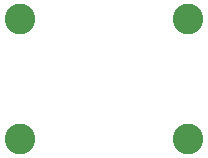
<source format=gbr>
G04 EAGLE Gerber RS-274X export*
G75*
%MOMM*%
%FSLAX34Y34*%
%LPD*%
%INSoldermask Bottom*%
%IPPOS*%
%AMOC8*
5,1,8,0,0,1.08239X$1,22.5*%
G01*
%ADD10C,2.590800*%


D10*
X-71120Y-50800D03*
X71120Y-50800D03*
X71120Y50800D03*
X-71120Y50800D03*
M02*

</source>
